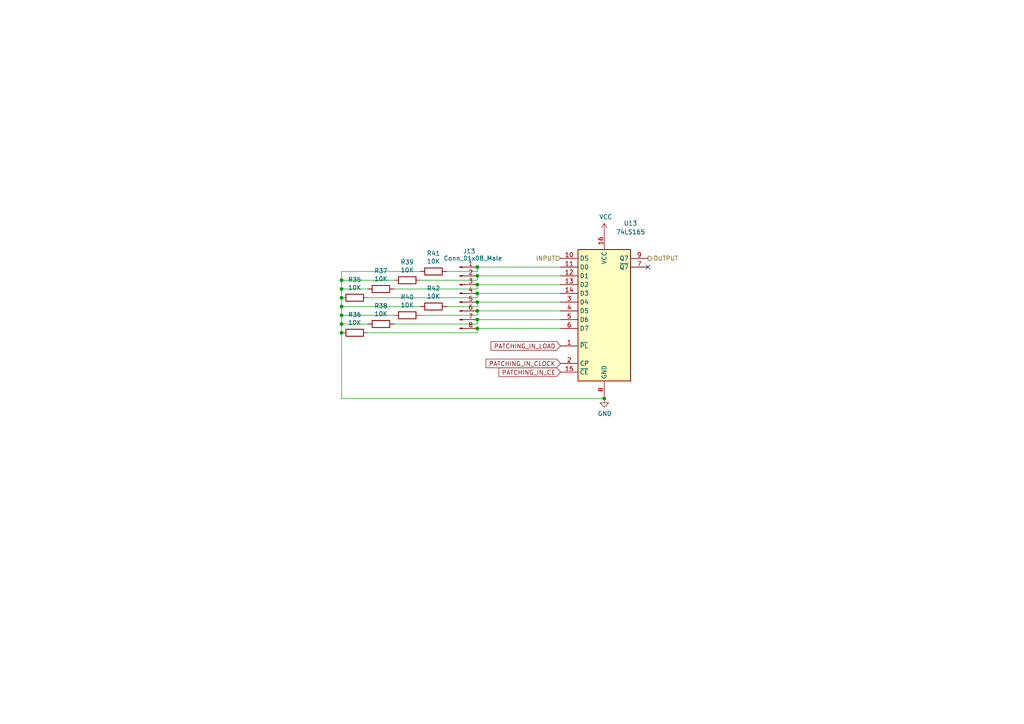
<source format=kicad_sch>
(kicad_sch (version 20211123) (generator eeschema)
  (paper "A4")
  (lib_symbols
    (symbol "74xx:74LS165"
      (property "Reference" "U" (at -7.62 19.05 0))
      (property "Value" "74LS165" (at -7.62 -21.59 0))
      (symbol "74LS165_1_0"
        (pin input line (at -12.7 -10.16 0) (length 5.08) (name "~{PL}") (number "1"))
        (pin input line (at -12.7 15.24 0) (length 5.08) (name "DS") (number "10"))
        (pin input line (at -12.7 12.7 0) (length 5.08) (name "D0") (number "11"))
        (pin input line (at -12.7 10.16 0) (length 5.08) (name "D1") (number "12"))
        (pin input line (at -12.7 7.62 0) (length 5.08) (name "D2") (number "13"))
        (pin input line (at -12.7 5.08 0) (length 5.08) (name "D3") (number "14"))
        (pin input line (at -12.7 -17.78 0) (length 5.08) (name "~{CE}") (number "15"))
        (pin power_in line (at 0 22.86 270) (length 5.08) (name "VCC") (number "16"))
        (pin input line (at -12.7 -15.24 0) (length 5.08) (name "CP") (number "2"))
        (pin input line (at -12.7 2.54 0) (length 5.08) (name "D4") (number "3"))
        (pin input line (at -12.7 0 0) (length 5.08) (name "D5") (number "4"))
        (pin input line (at -12.7 -2.54 0) (length 5.08) (name "D6") (number "5"))
        (pin input line (at -12.7 -5.08 0) (length 5.08) (name "D7") (number "6"))
        (pin output line (at 12.7 12.7 180) (length 5.08) (name "~{Q7}") (number "7"))
        (pin power_in line (at 0 -25.4 90) (length 5.08) (name "GND") (number "8"))
        (pin output line (at 12.7 15.24 180) (length 5.08) (name "Q7") (number "9"))
      )
      (symbol "74LS165_1_1"
        (rectangle (start -7.62 17.78) (end 7.62 -20.32) (stroke (width 0.254)) (fill (type background)))
      )
    )
    (symbol "Connector:Conn_01x08_Male" (pin_names (offset 1.016) hide)
      (property "Reference" "J" (at 0 10.16 0))
      (property "Value" "Conn_01x08_Male" (at 0 -12.7 0))
      (symbol "Conn_01x08_Male_1_1"
        (polyline (pts (xy 1.27 -10.16) (xy 0.8636 -10.16)) (stroke (width 0.1524)))
        (polyline (pts (xy 1.27 -7.62) (xy 0.8636 -7.62)) (stroke (width 0.1524)))
        (polyline (pts (xy 1.27 -5.08) (xy 0.8636 -5.08)) (stroke (width 0.1524)))
        (polyline (pts (xy 1.27 -2.54) (xy 0.8636 -2.54)) (stroke (width 0.1524)))
        (polyline (pts (xy 1.27 0) (xy 0.8636 0)) (stroke (width 0.1524)))
        (polyline (pts (xy 1.27 2.54) (xy 0.8636 2.54)) (stroke (width 0.1524)))
        (polyline (pts (xy 1.27 5.08) (xy 0.8636 5.08)) (stroke (width 0.1524)))
        (polyline (pts (xy 1.27 7.62) (xy 0.8636 7.62)) (stroke (width 0.1524)))
        (rectangle (start 0.8636 -10.033) (end 0 -10.287) (stroke (width 0.1524)) (fill (type outline)))
        (rectangle (start 0.8636 -7.493) (end 0 -7.747) (stroke (width 0.1524)) (fill (type outline)))
        (rectangle (start 0.8636 -4.953) (end 0 -5.207) (stroke (width 0.1524)) (fill (type outline)))
        (rectangle (start 0.8636 -2.413) (end 0 -2.667) (stroke (width 0.1524)) (fill (type outline)))
        (rectangle (start 0.8636 0.127) (end 0 -0.127) (stroke (width 0.1524)) (fill (type outline)))
        (rectangle (start 0.8636 2.667) (end 0 2.413) (stroke (width 0.1524)) (fill (type outline)))
        (rectangle (start 0.8636 5.207) (end 0 4.953) (stroke (width 0.1524)) (fill (type outline)))
        (rectangle (start 0.8636 7.747) (end 0 7.493) (stroke (width 0.1524)) (fill (type outline)))
        (pin passive line (at 5.08 7.62 180) (length 3.81) (name "Pin_1") (number "1"))
        (pin passive line (at 5.08 5.08 180) (length 3.81) (name "Pin_2") (number "2"))
        (pin passive line (at 5.08 2.54 180) (length 3.81) (name "Pin_3") (number "3"))
        (pin passive line (at 5.08 0 180) (length 3.81) (name "Pin_4") (number "4"))
        (pin passive line (at 5.08 -2.54 180) (length 3.81) (name "Pin_5") (number "5"))
        (pin passive line (at 5.08 -5.08 180) (length 3.81) (name "Pin_6") (number "6"))
        (pin passive line (at 5.08 -7.62 180) (length 3.81) (name "Pin_7") (number "7"))
        (pin passive line (at 5.08 -10.16 180) (length 3.81) (name "Pin_8") (number "8"))
      )
    )
    (symbol "Device:R" (pin_numbers hide) (pin_names (offset 0))
      (property "Reference" "R" (at 2.032 0 90))
      (property "Value" "R" (at 0 0 90))
      (symbol "R_0_1"
        (rectangle (start -1.016 -2.54) (end 1.016 2.54) (stroke (width 0.254)))
      )
      (symbol "R_1_1"
        (pin passive line (at 0 3.81 270) (length 1.27) (name "~") (number "1"))
        (pin passive line (at 0 -3.81 90) (length 1.27) (name "~") (number "2"))
      )
    )
    (symbol "power:GND" (power) (pin_names (offset 0))
      (property "Value" "GND" (at 0 -3.81 0))
      (symbol "GND_0_1"
        (polyline (pts (xy 0 0) (xy 0 -1.27) (xy 1.27 -1.27) (xy 0 -2.54) (xy -1.27 -1.27) (xy 0 -1.27)))
      )
      (symbol "GND_1_1"
        (pin power_in line (at 0 0 270) (length 0) hide (name "GND") (number "1"))
      )
    )
    (symbol "power:VCC" (power) (pin_names (offset 0))
      (property "Value" "VCC" (at 0 3.81 0))
      (symbol "VCC_0_1"
        (polyline (pts (xy -0.762 1.27) (xy 0 2.54)))
        (polyline (pts (xy 0 0) (xy 0 2.54)))
        (polyline (pts (xy 0 2.54) (xy 0.762 1.27)))
      )
      (symbol "VCC_1_1"
        (pin power_in line (at 0 0 90) (length 0) hide (name "VCC") (number "1"))
      )
    )
  )
  (junction (at 138.43 87.63))
  (junction (at 99.06 88.9))
  (junction (at 138.43 95.25))
  (junction (at 99.06 96.52))
  (junction (at 138.43 82.55))
  (junction (at 138.43 92.71))
  (junction (at 99.06 93.98))
  (junction (at 138.43 77.47))
  (junction (at 175.26 115.57))
  (junction (at 99.06 81.28))
  (junction (at 99.06 83.82))
  (junction (at 138.43 85.09))
  (junction (at 138.43 90.17))
  (junction (at 99.06 86.36))
  (junction (at 99.06 91.44))
  (junction (at 138.43 80.01))
  (no_connect (at 187.96 77.47))
  (wire (pts (xy 138.43 80.01) (xy 162.56 80.01)))
  (wire (pts (xy 138.43 82.55) (xy 162.56 82.55)))
  (wire (pts (xy 138.43 80.01) (xy 138.43 81.28)))
  (wire (pts (xy 106.68 96.52) (xy 138.43 96.52)))
  (wire (pts (xy 99.06 78.74) (xy 99.06 81.28)))
  (wire (pts (xy 99.06 88.9) (xy 99.06 86.36)))
  (wire (pts (xy 99.06 91.44) (xy 99.06 88.9)))
  (wire (pts (xy 138.43 77.47) (xy 138.43 78.74)))
  (wire (pts (xy 99.06 93.98) (xy 99.06 91.44)))
  (wire (pts (xy 114.3 91.44) (xy 99.06 91.44)))
  (wire (pts (xy 121.92 88.9) (xy 99.06 88.9)))
  (wire (pts (xy 175.26 115.57) (xy 99.06 115.57)))
  (wire (pts (xy 138.43 77.47) (xy 162.56 77.47)))
  (wire (pts (xy 138.43 95.25) (xy 162.56 95.25)))
  (wire (pts (xy 106.68 83.82) (xy 99.06 83.82)))
  (wire (pts (xy 99.06 78.74) (xy 121.92 78.74)))
  (wire (pts (xy 138.43 81.28) (xy 121.92 81.28)))
  (wire (pts (xy 138.43 85.09) (xy 138.43 86.36)))
  (wire (pts (xy 106.68 93.98) (xy 99.06 93.98)))
  (wire (pts (xy 138.43 92.71) (xy 162.56 92.71)))
  (wire (pts (xy 138.43 87.63) (xy 162.56 87.63)))
  (wire (pts (xy 99.06 96.52) (xy 99.06 93.98)))
  (wire (pts (xy 138.43 93.98) (xy 138.43 92.71)))
  (wire (pts (xy 114.3 81.28) (xy 99.06 81.28)))
  (wire (pts (xy 99.06 81.28) (xy 99.06 83.82)))
  (wire (pts (xy 138.43 78.74) (xy 129.54 78.74)))
  (wire (pts (xy 138.43 91.44) (xy 138.43 90.17)))
  (wire (pts (xy 138.43 96.52) (xy 138.43 95.25)))
  (wire (pts (xy 138.43 82.55) (xy 138.43 83.82)))
  (wire (pts (xy 138.43 88.9) (xy 138.43 87.63)))
  (wire (pts (xy 99.06 115.57) (xy 99.06 96.52)))
  (wire (pts (xy 138.43 83.82) (xy 114.3 83.82)))
  (wire (pts (xy 138.43 86.36) (xy 106.68 86.36)))
  (wire (pts (xy 138.43 91.44) (xy 121.92 91.44)))
  (wire (pts (xy 99.06 83.82) (xy 99.06 86.36)))
  (wire (pts (xy 138.43 90.17) (xy 162.56 90.17)))
  (wire (pts (xy 138.43 85.09) (xy 162.56 85.09)))
  (wire (pts (xy 138.43 88.9) (xy 129.54 88.9)))
  (wire (pts (xy 138.43 93.98) (xy 114.3 93.98)))
  (global_label "PATCHING_IN_CE" (shape input) (at 162.56 107.95 180) (property "Intersheet References" "${INTERSHEET_REFS}" (effects hide)))
  (global_label "PATCHING_IN_LOAD" (shape input) (at 162.56 100.33 180) (property "Intersheet References" "${INTERSHEET_REFS}" (effects hide)))
  (global_label "PATCHING_IN_CLOCK" (shape input) (at 162.56 105.41 180) (property "Intersheet References" "${INTERSHEET_REFS}" (effects hide)))
  (hierarchical_label "INPUT" (shape input) (at 162.56 74.93 180))
  (hierarchical_label "OUTPUT" (shape output) (at 187.96 74.93 0))
  (symbol (lib_id "Device:R") (at 118.11 91.44 270)
    (property "Reference" "R40" (at 118.11 86.1822 90))
    (property "Value" "10K" (at 118.11 88.4936 90))
    (property "Footprint" "Resistor_SMD:R_0805_2012Metric" (effects hide))
  )
  (symbol (lib_id "74xx:74LS165") (at 175.26 90.17 0)
    (property "Reference" "U13" (at 182.88 64.77 0))
    (property "Value" "74LS165" (at 182.88 67.31 0))
    (property "Footprint" "Package_SO:SOIC-16_3.9x9.9mm_P1.27mm" (effects hide))
    (property "Datasheet" "http://www.ti.com/lit/gpn/sn74LS165" (effects hide))
  )
  (symbol (lib_id "Connector:Conn_01x08_Male") (at 133.35 85.09 0)
    (property "Reference" "J13" (at 136.0932 72.8726 0))
    (property "Value" "Conn_01x08_Male" (at 137.16 74.93 0))
    (property "Footprint" "Connector_PinSocket_2.54mm:PinSocket_1x08_P2.54mm_Vertical" (effects hide))
  )
  (symbol (lib_id "power:VCC") (at 175.26 67.31 0)
    (property "Reference" "#PWR030" (effects hide))
    (property "Value" "VCC" (at 175.6918 62.9158 0))
  )
  (symbol (lib_id "Device:R") (at 102.87 96.52 270)
    (property "Reference" "R36" (at 102.87 91.2622 90))
    (property "Value" "10K" (at 102.87 93.5736 90))
    (property "Footprint" "Resistor_SMD:R_0805_2012Metric" (effects hide))
  )
  (symbol (lib_id "Device:R") (at 102.87 86.36 270)
    (property "Reference" "R35" (at 102.87 81.1022 90))
    (property "Value" "10K" (at 102.87 83.4136 90))
    (property "Footprint" "Resistor_SMD:R_0805_2012Metric" (effects hide))
  )
  (symbol (lib_id "Device:R") (at 118.11 81.28 270)
    (property "Reference" "R39" (at 118.11 76.0222 90))
    (property "Value" "10K" (at 118.11 78.3336 90))
    (property "Footprint" "Resistor_SMD:R_0805_2012Metric" (effects hide))
  )
  (symbol (lib_id "Device:R") (at 110.49 83.82 270)
    (property "Reference" "R37" (at 110.49 78.5622 90))
    (property "Value" "10K" (at 110.49 80.8736 90))
    (property "Footprint" "Resistor_SMD:R_0805_2012Metric" (effects hide))
  )
  (symbol (lib_id "Device:R") (at 125.73 88.9 270)
    (property "Reference" "R42" (at 125.73 83.6422 90))
    (property "Value" "10K" (at 125.73 85.9536 90))
    (property "Footprint" "Resistor_SMD:R_0805_2012Metric" (effects hide))
  )
  (symbol (lib_id "Device:R") (at 125.73 78.74 270)
    (property "Reference" "R41" (at 125.73 73.4822 90))
    (property "Value" "10K" (at 125.73 75.7936 90))
    (property "Footprint" "Resistor_SMD:R_0805_2012Metric" (effects hide))
  )
  (symbol (lib_id "power:GND") (at 175.26 115.57 0)
    (property "Reference" "#PWR031" (effects hide))
    (property "Value" "GND" (at 175.387 119.9642 0))
  )
  (symbol (lib_id "Device:R") (at 110.49 93.98 270)
    (property "Reference" "R38" (at 110.49 88.7222 90))
    (property "Value" "10K" (at 110.49 91.0336 90))
    (property "Footprint" "Resistor_SMD:R_0805_2012Metric" (effects hide))
  )
)
</source>
